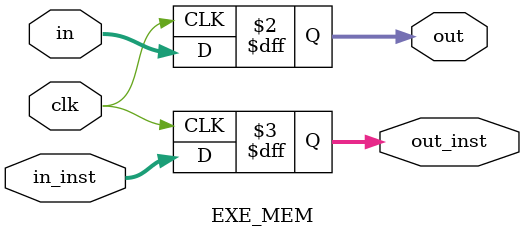
<source format=v>
`timescale 1ps/1ps
module EXE_MEM (
	input wire 			clk,	
	input wire [7:0] 	in,		
	input wire [7:0] 	in_inst,
	output reg [7:0] 	out,
	output reg [7:0] 	out_inst
);

	always @(posedge clk) begin
		out 		<= #6 in;
		out_inst <= #6 in_inst;
	end


endmodule
</source>
